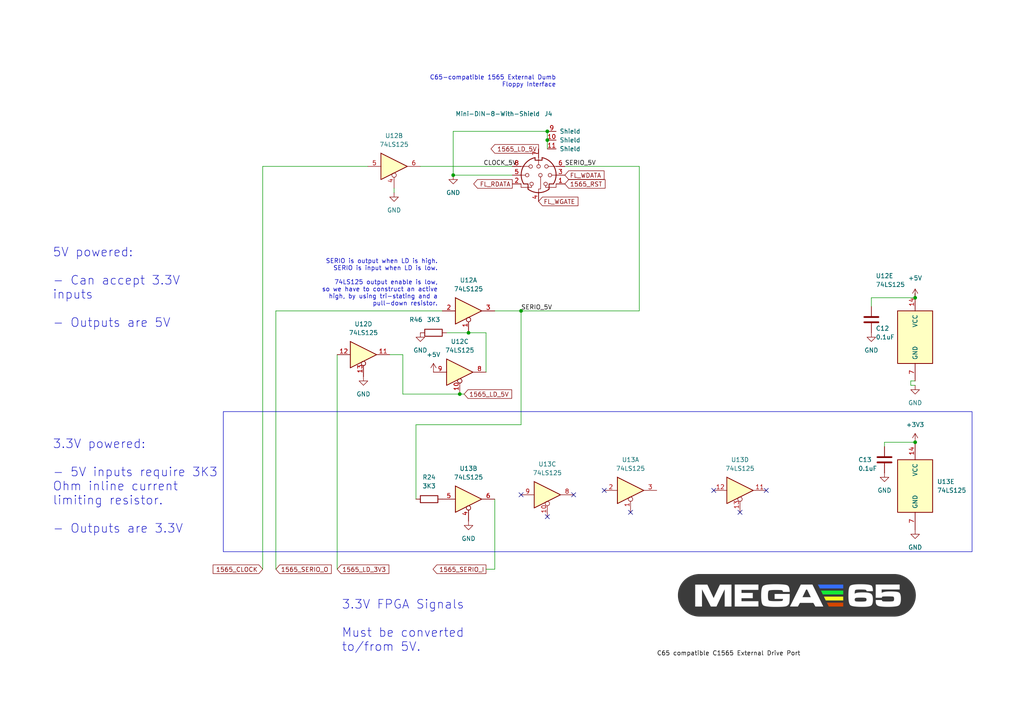
<source format=kicad_sch>
(kicad_sch (version 20230121) (generator eeschema)
  (paper "A4")
  (lib_symbols
    (symbol "00Project-SDF-60J:Mini-DIN-8-With-Shield" (pin_names (offset 1.016))
      (property "Reference" "J" (at 5.08 5.08 0))
      (property "Value" "Mini-DIN-8-With-Shield" (at 10.668 -5.08 0))
      (symbol "Mini-DIN-8-With-Shield_0_1"
        (circle (center -3.302 0) (radius 0.508))
        (arc (start -3.048 -4.064) (mid 0 -5.08) (end 3.048 -4.064) (stroke (width 0.254)))
        (circle (center -2.286 2.5146) (radius 0.508))
        (circle (center -2.032 -2.54) (radius 0.508))
        (arc (start -1.016 5.08) (mid -4.6243 2.1182) (end -4.318 -2.54) (stroke (width 0.254)))
        (polyline (pts (xy -3.81 0) (xy -5.08 0)))
        (polyline (pts (xy -2.794 2.54) (xy -5.334 2.54)))
        (polyline (pts (xy 0 5.1054) (xy 0 3.048)))
        (polyline (pts (xy 2.794 2.54) (xy 5.08 2.54)))
        (polyline (pts (xy 5.08 0) (xy 3.81 0)))
        (polyline (pts (xy -4.318 -2.54) (xy -3.048 -2.54) (xy -3.048 -4.064)) (stroke (width 0.254)))
        (polyline (pts (xy 4.318 -2.54) (xy 3.048 -2.54) (xy 3.048 -4.064)) (stroke (width 0.254)))
        (polyline (pts (xy -2.032 -3.048) (xy -2.032 -3.556) (xy -5.08 -3.556) (xy -5.08 -2.54)))
        (polyline (pts (xy -1.016 5.08) (xy -1.016 4.318) (xy 1.016 4.318) (xy 1.016 5.08)) (stroke (width 0.254)))
        (polyline (pts (xy 0.5842 -0.508) (xy 0.5842 -4.0132) (xy 0 -4.0132) (xy 0 -5.1816)))
        (polyline (pts (xy 2.032 -3.048) (xy 2.032 -3.556) (xy 5.08 -3.556) (xy 5.08 -2.54)))
        (circle (center 0 2.54) (radius 0.508))
        (circle (center 2.032 -2.54) (radius 0.508))
        (circle (center 2.286 2.54) (radius 0.508))
        (circle (center 3.302 0) (radius 0.508))
        (arc (start 4.318 -2.54) (mid 4.6646 2.1357) (end 1.016 5.08) (stroke (width 0.254)))
      )
      (symbol "Mini-DIN-8-With-Shield_1_1"
        (circle (center 0.5334 0) (radius 0.508))
        (pin passive line (at 7.62 -2.54 180) (length 2.54) (name "~") (number "1"))
        (pin passive line (at 2.54 10.16 0) (length 2.54) (name "Shield") (number "10"))
        (pin passive line (at 2.54 7.62 0) (length 2.54) (name "Shield") (number "11"))
        (pin passive line (at -7.62 -2.54 0) (length 2.54) (name "~") (number "2"))
        (pin passive line (at 7.62 0 180) (length 2.54) (name "~") (number "3"))
        (pin passive line (at 0 -7.62 90) (length 2.54) (name "~") (number "4"))
        (pin passive line (at -7.62 0 0) (length 2.54) (name "~") (number "5"))
        (pin passive line (at 7.62 2.54 180) (length 2.54) (name "~") (number "6"))
        (pin passive line (at 0 7.62 270) (length 2.54) (name "~") (number "7"))
        (pin passive line (at -7.62 2.54 0) (length 2.54) (name "~") (number "8"))
        (pin passive line (at 2.54 12.7 0) (length 2.54) (name "Shield") (number "9"))
      )
    )
    (symbol "74xx:74LS125" (pin_names (offset 1.016))
      (property "Reference" "U" (at 0 1.27 0))
      (property "Value" "74LS125" (at 0 -1.27 0))
      (symbol "74LS125_1_0"
        (polyline (pts (xy -3.81 3.81) (xy -3.81 -3.81) (xy 3.81 0) (xy -3.81 3.81)) (stroke (width 0.254)) (fill (type background)))
        (pin input inverted (at 0 -6.35 90) (length 4.445) (name "~") (number "1"))
        (pin input line (at -7.62 0 0) (length 3.81) (name "~") (number "2"))
        (pin tri_state line (at 7.62 0 180) (length 3.81) (name "~") (number "3"))
      )
      (symbol "74LS125_2_0"
        (polyline (pts (xy -3.81 3.81) (xy -3.81 -3.81) (xy 3.81 0) (xy -3.81 3.81)) (stroke (width 0.254)) (fill (type background)))
        (pin input inverted (at 0 -6.35 90) (length 4.445) (name "~") (number "4"))
        (pin input line (at -7.62 0 0) (length 3.81) (name "~") (number "5"))
        (pin tri_state line (at 7.62 0 180) (length 3.81) (name "~") (number "6"))
      )
      (symbol "74LS125_3_0"
        (polyline (pts (xy -3.81 3.81) (xy -3.81 -3.81) (xy 3.81 0) (xy -3.81 3.81)) (stroke (width 0.254)) (fill (type background)))
        (pin input inverted (at 0 -6.35 90) (length 4.445) (name "~") (number "10"))
        (pin tri_state line (at 7.62 0 180) (length 3.81) (name "~") (number "8"))
        (pin input line (at -7.62 0 0) (length 3.81) (name "~") (number "9"))
      )
      (symbol "74LS125_4_0"
        (polyline (pts (xy -3.81 3.81) (xy -3.81 -3.81) (xy 3.81 0) (xy -3.81 3.81)) (stroke (width 0.254)) (fill (type background)))
        (pin tri_state line (at 7.62 0 180) (length 3.81) (name "~") (number "11"))
        (pin input line (at -7.62 0 0) (length 3.81) (name "~") (number "12"))
        (pin input inverted (at 0 -6.35 90) (length 4.445) (name "~") (number "13"))
      )
      (symbol "74LS125_5_0"
        (pin power_in line (at 0 12.7 270) (length 5.08) (name "VCC") (number "14"))
        (pin power_in line (at 0 -12.7 90) (length 5.08) (name "GND") (number "7"))
      )
      (symbol "74LS125_5_1"
        (rectangle (start -5.08 7.62) (end 5.08 -7.62) (stroke (width 0.254)) (fill (type background)))
      )
    )
    (symbol "Device:C" (pin_numbers hide) (pin_names (offset 0.254))
      (property "Reference" "C" (at 0.635 2.54 0))
      (property "Value" "C" (at 0.635 -2.54 0))
      (symbol "C_0_1"
        (polyline (pts (xy -2.032 -0.762) (xy 2.032 -0.762)) (stroke (width 0.508)))
        (polyline (pts (xy -2.032 0.762) (xy 2.032 0.762)) (stroke (width 0.508)))
      )
      (symbol "C_1_1"
        (pin passive line (at 0 3.81 270) (length 2.794) (name "~") (number "1"))
        (pin passive line (at 0 -3.81 90) (length 2.794) (name "~") (number "2"))
      )
    )
    (symbol "Device:R" (pin_numbers hide) (pin_names (offset 0))
      (property "Reference" "R" (at 2.032 0 90))
      (property "Value" "R" (at 0 0 90))
      (symbol "R_0_1"
        (rectangle (start -1.016 -2.54) (end 1.016 2.54) (stroke (width 0.254)))
      )
      (symbol "R_1_1"
        (pin passive line (at 0 3.81 270) (length 1.27) (name "~") (number "1"))
        (pin passive line (at 0 -3.81 90) (length 1.27) (name "~") (number "2"))
      )
    )
    (symbol "GND_1" (power) (pin_names (offset 0))
      (property "Value" "GND_1" (at 0 -3.81 0))
      (symbol "GND_1_0_1"
        (polyline (pts (xy 0 0) (xy 0 -1.27) (xy 1.27 -1.27) (xy 0 -2.54) (xy -1.27 -1.27) (xy 0 -1.27)))
      )
      (symbol "GND_1_1_1"
        (pin power_in line (at 0 0 270) (length 0) hide (name "GND") (number "1"))
      )
    )
    (symbol "GND_2" (power) (pin_names (offset 0))
      (property "Value" "GND_2" (at 0 -3.81 0))
      (symbol "GND_2_0_1"
        (polyline (pts (xy 0 0) (xy 0 -1.27) (xy 1.27 -1.27) (xy 0 -2.54) (xy -1.27 -1.27) (xy 0 -1.27)))
      )
      (symbol "GND_2_1_1"
        (pin power_in line (at 0 0 270) (length 0) hide (name "GND") (number "1"))
      )
    )
    (symbol "GND_3" (power) (pin_names (offset 0))
      (property "Value" "GND_3" (at 0 -3.81 0))
      (symbol "GND_3_0_1"
        (polyline (pts (xy 0 0) (xy 0 -1.27) (xy 1.27 -1.27) (xy 0 -2.54) (xy -1.27 -1.27) (xy 0 -1.27)))
      )
      (symbol "GND_3_1_1"
        (pin power_in line (at 0 0 270) (length 0) hide (name "GND") (number "1"))
      )
    )
    (symbol "GND_4" (power) (pin_names (offset 0))
      (property "Value" "GND_4" (at 0 -3.81 0))
      (symbol "GND_4_0_1"
        (polyline (pts (xy 0 0) (xy 0 -1.27) (xy 1.27 -1.27) (xy 0 -2.54) (xy -1.27 -1.27) (xy 0 -1.27)))
      )
      (symbol "GND_4_1_1"
        (pin power_in line (at 0 0 270) (length 0) hide (name "GND") (number "1"))
      )
    )
    (symbol "power:+3.3V" (power) (pin_names (offset 0))
      (property "Value" "+3.3V" (at 0 3.556 0))
      (symbol "+3.3V_0_1"
        (polyline (pts (xy -0.762 1.27) (xy 0 2.54)))
        (polyline (pts (xy 0 0) (xy 0 2.54)))
        (polyline (pts (xy 0 2.54) (xy 0.762 1.27)))
      )
      (symbol "+3.3V_1_1"
        (pin power_in line (at 0 0 90) (length 0) hide (name "+3V3") (number "1"))
      )
    )
    (symbol "power:+5V" (power) (pin_names (offset 0))
      (property "Value" "+5V" (at 0 3.556 0))
      (symbol "+5V_0_1"
        (polyline (pts (xy -0.762 1.27) (xy 0 2.54)))
        (polyline (pts (xy 0 0) (xy 0 2.54)))
        (polyline (pts (xy 0 2.54) (xy 0.762 1.27)))
      )
      (symbol "+5V_1_1"
        (pin power_in line (at 0 0 90) (length 0) hide (name "+5V") (number "1"))
      )
    )
    (symbol "power:GND" (power) (pin_names (offset 0))
      (property "Value" "GND" (at 0 -3.81 0))
      (symbol "GND_0_1"
        (polyline (pts (xy 0 0) (xy 0 -1.27) (xy 1.27 -1.27) (xy 0 -2.54) (xy -1.27 -1.27) (xy 0 -1.27)))
      )
      (symbol "GND_1_1"
        (pin power_in line (at 0 0 270) (length 0) hide (name "GND") (number "1"))
      )
    )
  )
  (junction (at 158.75 38.1))
  (junction (at 265.43 128.27))
  (junction (at 158.75 40.64))
  (junction (at 151.13 90.17))
  (junction (at 133.35 114.3))
  (junction (at 135.89 96.52))
  (junction (at 131.445 50.8))
  (junction (at 265.43 86.36))
  (no_connect (at 182.88 148.59))
  (no_connect (at 222.25 142.24))
  (no_connect (at 151.13 143.51))
  (no_connect (at 175.26 142.24))
  (no_connect (at 158.75 149.86))
  (no_connect (at 214.63 148.59))
  (no_connect (at 166.37 143.51))
  (no_connect (at 207.01 142.24))
  (wire (pts (xy 264.16 110.49) (xy 264.16 111.76)))
  (wire (pts (xy 151.13 90.17) (xy 151.13 123.19)))
  (wire (pts (xy 252.73 88.9) (xy 252.73 86.36)))
  (wire (pts (xy 143.51 165.1) (xy 143.51 144.78)))
  (wire (pts (xy 76.2 48.26) (xy 106.68 48.26)))
  (wire (pts (xy 252.73 86.36) (xy 265.43 86.36)))
  (wire (pts (xy 97.79 102.87) (xy 97.79 165.1)))
  (wire (pts (xy 116.84 114.3) (xy 133.35 114.3)))
  (wire (pts (xy 134.62 114.3) (xy 133.35 114.3)))
  (wire (pts (xy 131.445 38.1) (xy 131.445 50.8)))
  (wire (pts (xy 265.43 85.09) (xy 265.43 86.36)))
  (wire (pts (xy 140.97 107.95) (xy 140.97 96.52)))
  (wire (pts (xy 143.51 90.17) (xy 151.13 90.17)))
  (wire (pts (xy 80.01 90.17) (xy 80.01 165.1)))
  (wire (pts (xy 140.97 165.1) (xy 143.51 165.1)))
  (wire (pts (xy 129.54 96.52) (xy 135.89 96.52)))
  (wire (pts (xy 185.42 48.26) (xy 185.42 90.17)))
  (wire (pts (xy 264.16 111.76) (xy 265.43 111.76)))
  (wire (pts (xy 114.3 54.61) (xy 114.3 55.88)))
  (wire (pts (xy 265.43 110.49) (xy 264.16 110.49)))
  (wire (pts (xy 120.65 123.19) (xy 120.65 144.78)))
  (wire (pts (xy 121.92 48.26) (xy 148.59 48.26)))
  (wire (pts (xy 185.42 48.26) (xy 163.83 48.26)))
  (wire (pts (xy 256.54 128.27) (xy 265.43 128.27)))
  (wire (pts (xy 185.42 90.17) (xy 151.13 90.17)))
  (wire (pts (xy 140.97 96.52) (xy 135.89 96.52)))
  (wire (pts (xy 80.01 90.17) (xy 128.27 90.17)))
  (wire (pts (xy 120.65 123.19) (xy 151.13 123.19)))
  (wire (pts (xy 158.75 43.18) (xy 158.75 40.64)))
  (wire (pts (xy 158.75 40.64) (xy 158.75 38.1)))
  (wire (pts (xy 76.2 165.1) (xy 76.2 48.26)))
  (wire (pts (xy 256.54 128.27) (xy 256.54 129.54)))
  (wire (pts (xy 113.03 102.87) (xy 116.84 102.87)))
  (wire (pts (xy 131.445 50.8) (xy 148.59 50.8)))
  (wire (pts (xy 158.75 38.1) (xy 131.445 38.1)))
  (wire (pts (xy 116.84 102.87) (xy 116.84 114.3)))
  (rectangle (start 64.77 119.38) (end 281.94 160.02))
  (image (at 231.14 172.72) (scale 0.21049))
  (text "5V powered:\n\n- Can accept 3.3V\ninputs\n\n- Outputs are 5V" (at 15.24 95.25 0) (effects (font (size 2.54 2.54)) (justify left bottom)))
  (text "3.3V powered:\n\n- 5V inputs require 3K3\nOhm inline current\nlimiting resistor.\n\n- Outputs are 3.3V" (at 15.24 154.94 0) (effects (font (size 2.54 2.54)) (justify left bottom)))
  (text "C65-compatible 1565 External Dumb\nFloppy Interface" (at 161.29 25.4 0) (effects (font (size 1.27 1.27)) (justify right bottom)))
  (text "SERIO is output when LD is high.\nSERIO is input when LD is low.\n\n74LS125 output enable is low,\nso we have to construct an active\nhigh, by using tri-stating and a\npull-down resistor." (at 127 88.9 0) (effects (font (size 1.27 1.27)) (justify right bottom)))
  (text "3.3V FPGA Signals\n\nMust be converted\nto/from 5V." (at 99.06 189.23 0) (effects (font (size 2.54 2.54)) (justify left bottom)))
  (label "C65 compatible C1565 External Drive Port" (at 190.5 190.5 0))
  (label "CLOCK_5V" (at 149.86 48.26 180))
  (label "SERIO_5V" (at 163.83 48.26 0))
  (label "SERIO_5V" (at 151.13 90.17 0))
  (global_label "1565_LD_3V3" (shape input) (at 97.79 165.1 0) (property "Intersheetrefs" "${INTERSHEET_REFS}" (effects hide)))
  (global_label "FL_WDATA" (shape input) (at 163.83 50.8 0) (property "Intersheetrefs" "${INTERSHEET_REFS}" (effects hide)))
  (global_label "1565_SERIO_I" (shape output) (at 140.97 165.1 180) (property "Intersheetrefs" "${INTERSHEET_REFS}" (effects hide)))
  (global_label "1565_LD_5V" (shape input) (at 134.62 114.3 0) (property "Intersheetrefs" "${INTERSHEET_REFS}" (effects hide)))
  (global_label "1565_LD_5V" (shape output) (at 156.21 43.18 180) (property "Intersheetrefs" "${INTERSHEET_REFS}" (effects hide)))
  (global_label "1565_RST" (shape input) (at 163.83 53.34 0) (property "Intersheetrefs" "${INTERSHEET_REFS}" (effects hide)))
  (global_label "FL_RDATA" (shape output) (at 148.59 53.34 180) (property "Intersheetrefs" "${INTERSHEET_REFS}" (effects hide)))
  (global_label "1565_SERIO_O" (shape input) (at 80.01 165.1 0) (property "Intersheetrefs" "${INTERSHEET_REFS}" (effects hide)))
  (global_label "1565_CLOCK" (shape input) (at 76.2 165.1 180) (property "Intersheetrefs" "${INTERSHEET_REFS}" (effects hide)))
  (global_label "FL_WGATE" (shape input) (at 156.21 58.42 0) (property "Intersheetrefs" "${INTERSHEET_REFS}" (effects hide)))
  (symbol (lib_id "power:+5V") (at 265.43 86.36 0) (unit 1)
    (property "Reference" "#PWR0102" (effects hide))
    (property "Value" "+5V" (at 265.43 80.645 0))
  )
  (symbol (lib_name "GND_1") (lib_id "power:GND") (at 135.89 151.13 0) (unit 1)
    (property "Reference" "#PWR0106" (effects hide))
    (property "Value" "GND" (at 135.89 156.21 0))
  )
  (symbol (lib_name "GND_3") (lib_id "power:GND") (at 114.3 55.88 0) (unit 1)
    (property "Reference" "#PWR083" (effects hide))
    (property "Value" "GND" (at 114.3 60.96 0))
  )
  (symbol (lib_id "power:GND") (at 265.43 111.76 0) (unit 1)
    (property "Reference" "#PWR0103" (effects hide))
    (property "Value" "GND" (at 265.43 116.84 0))
  )
  (symbol (lib_id "power:+3.3V") (at 265.43 128.27 0) (unit 1)
    (property "Reference" "#PWR0108" (effects hide))
    (property "Value" "+3.3V" (at 265.43 123.19 0))
  )
  (symbol (lib_id "74xx:74LS125") (at 265.43 140.97 0) (unit 5)
    (property "Reference" "U13" (at 271.78 139.7 0) (effects (justify left)))
    (property "Value" "74LS125" (at 271.78 142.24 0) (effects (justify left)))
    (property "Footprint" "snapeda:DIP-14_74LS06" (effects hide))
    (property "Datasheet" "http://www.ti.com/lit/gpn/sn74LS125" (effects hide))
  )
  (symbol (lib_name "GND_4") (lib_id "power:GND") (at 121.92 96.52 0) (unit 1)
    (property "Reference" "#PWR0110" (effects hide))
    (property "Value" "GND" (at 121.92 101.6 0))
  )
  (symbol (lib_id "74xx:74LS125") (at 133.35 107.95 0) (unit 3)
    (property "Reference" "U12" (at 133.35 99.06 0))
    (property "Value" "74LS125" (at 133.35 101.6 0))
    (property "Footprint" "snapeda:DIP-14_W7.62mm" (effects hide))
    (property "Datasheet" "http://www.ti.com/lit/gpn/sn74LS125" (effects hide))
  )
  (symbol (lib_name "GND_2") (lib_id "power:GND") (at 265.43 153.67 0) (unit 1)
    (property "Reference" "#PWR0109" (effects hide))
    (property "Value" "GND" (at 265.43 158.75 0))
  )
  (symbol (lib_id "Device:C") (at 256.54 133.35 0) (unit 1)
    (property "Reference" "C13" (at 248.92 133.35 0) (effects (justify left)))
    (property "Value" "0.1uF" (at 248.92 135.89 0) (effects (justify left)))
    (property "Footprint" "Capacitor_THT:C_Disc_D5.0mm_W2.5mm_P5.00mm" (effects hide))
  )
  (symbol (lib_id "power:GND") (at 131.445 50.8 0) (unit 1)
    (property "Reference" "#PWR019" (effects hide))
    (property "Value" "GND" (at 131.445 55.88 0))
  )
  (symbol (lib_id "00Project-SDF-60J:Mini-DIN-8-With-Shield") (at 156.21 50.8 0) (unit 1)
    (property "Reference" "J4" (at 157.8611 33.02 0) (effects (justify left)))
    (property "Value" "Mini-DIN-8-With-Shield" (at 132.08 33.02 0) (effects (justify left)))
    (property "Footprint" "snapeda:mini-DIN-8" (effects hide))
    (property "Datasheet" "http://service.powerdynamics.com/ec/Catalog17/Section%2011.pdf" (effects hide))
  )
  (symbol (lib_id "power:GND") (at 256.54 137.16 0) (unit 1)
    (property "Reference" "#PWR0107" (effects hide))
    (property "Value" "GND" (at 256.54 142.24 0))
  )
  (symbol (lib_id "74xx:74LS125") (at 135.89 90.17 0) (unit 1)
    (property "Reference" "U12" (at 135.89 81.28 0))
    (property "Value" "74LS125" (at 135.89 83.82 0))
    (property "Footprint" "snapeda:DIP-14_W7.62mm" (effects hide))
    (property "Datasheet" "http://www.ti.com/lit/gpn/sn74LS125" (effects hide))
  )
  (symbol (lib_id "power:GND") (at 105.41 109.22 0) (unit 1)
    (property "Reference" "#PWR0105" (effects hide))
    (property "Value" "GND" (at 105.41 114.3 0))
  )
  (symbol (lib_id "74xx:74LS125") (at 158.75 143.51 0) (unit 3)
    (property "Reference" "U13" (at 158.75 134.62 0))
    (property "Value" "74LS125" (at 158.75 137.16 0))
    (property "Footprint" "snapeda:DIP-14_74LS06" (effects hide))
    (property "Datasheet" "http://www.ti.com/lit/gpn/sn74LS125" (effects hide))
  )
  (symbol (lib_id "Device:C") (at 252.73 92.71 0) (unit 1)
    (property "Reference" "C12" (at 254 95.25 0) (effects (justify left)))
    (property "Value" "0.1uF" (at 254 97.79 0) (effects (justify left)))
    (property "Footprint" "Capacitor_THT:C_Disc_D5.0mm_W2.5mm_P5.00mm" (effects hide))
  )
  (symbol (lib_id "Device:R") (at 125.73 96.52 90) (unit 1)
    (property "Reference" "R46" (at 120.65 92.71 90))
    (property "Value" "3K3" (at 125.73 92.71 90))
    (property "Footprint" "snapeda:Labeled Resistor" (effects hide))
  )
  (symbol (lib_id "power:+5V") (at 125.73 107.95 0) (unit 1)
    (property "Reference" "#PWR0104" (effects hide))
    (property "Value" "+5V" (at 125.73 102.87 0))
  )
  (symbol (lib_id "74xx:74LS125") (at 114.3 48.26 0) (unit 2)
    (property "Reference" "U12" (at 114.3 39.37 0))
    (property "Value" "74LS125" (at 114.3 41.91 0))
    (property "Footprint" "snapeda:DIP-14_W7.62mm" (effects hide))
    (property "Datasheet" "http://www.ti.com/lit/gpn/sn74LS125" (effects hide))
  )
  (symbol (lib_id "74xx:74LS125") (at 214.63 142.24 0) (unit 4)
    (property "Reference" "U13" (at 214.63 133.35 0))
    (property "Value" "74LS125" (at 214.63 135.89 0))
    (property "Footprint" "snapeda:DIP-14_74LS06" (effects hide))
    (property "Datasheet" "http://www.ti.com/lit/gpn/sn74LS125" (effects hide))
  )
  (symbol (lib_id "74xx:74LS125") (at 182.88 142.24 0) (unit 1)
    (property "Reference" "U13" (at 182.88 133.35 0))
    (property "Value" "74LS125" (at 182.88 135.89 0))
    (property "Footprint" "snapeda:DIP-14_74LS06" (effects hide))
    (property "Datasheet" "http://www.ti.com/lit/gpn/sn74LS125" (effects hide))
  )
  (symbol (lib_id "power:GND") (at 252.73 96.52 0) (unit 1)
    (property "Reference" "#PWR0101" (effects hide))
    (property "Value" "GND" (at 252.73 101.6 0))
  )
  (symbol (lib_id "74xx:74LS125") (at 105.41 102.87 0) (unit 4)
    (property "Reference" "U12" (at 105.41 93.98 0))
    (property "Value" "74LS125" (at 105.41 96.52 0))
    (property "Footprint" "snapeda:DIP-14_W7.62mm" (effects hide))
    (property "Datasheet" "http://www.ti.com/lit/gpn/sn74LS125" (effects hide))
  )
  (symbol (lib_id "74xx:74LS125") (at 265.43 97.79 0) (unit 5)
    (property "Reference" "U12" (at 254 80.01 0) (effects (justify left)))
    (property "Value" "74LS125" (at 254 82.55 0) (effects (justify left)))
    (property "Footprint" "snapeda:DIP-14_W7.62mm" (effects hide))
    (property "Datasheet" "http://www.ti.com/lit/gpn/sn74LS125" (effects hide))
  )
  (symbol (lib_id "74xx:74LS125") (at 135.89 144.78 0) (unit 2)
    (property "Reference" "U13" (at 135.89 135.89 0))
    (property "Value" "74LS125" (at 135.89 138.43 0))
    (property "Footprint" "snapeda:DIP-14_74LS06" (effects hide))
    (property "Datasheet" "http://www.ti.com/lit/gpn/sn74LS125" (effects hide))
  )
  (symbol (lib_id "Device:R") (at 124.46 144.78 90) (unit 1)
    (property "Reference" "R24" (at 124.46 138.43 90))
    (property "Value" "3K3" (at 124.46 140.97 90))
    (property "Footprint" "snapeda:Labeled Resistor" (effects hide))
  )
)
</source>
